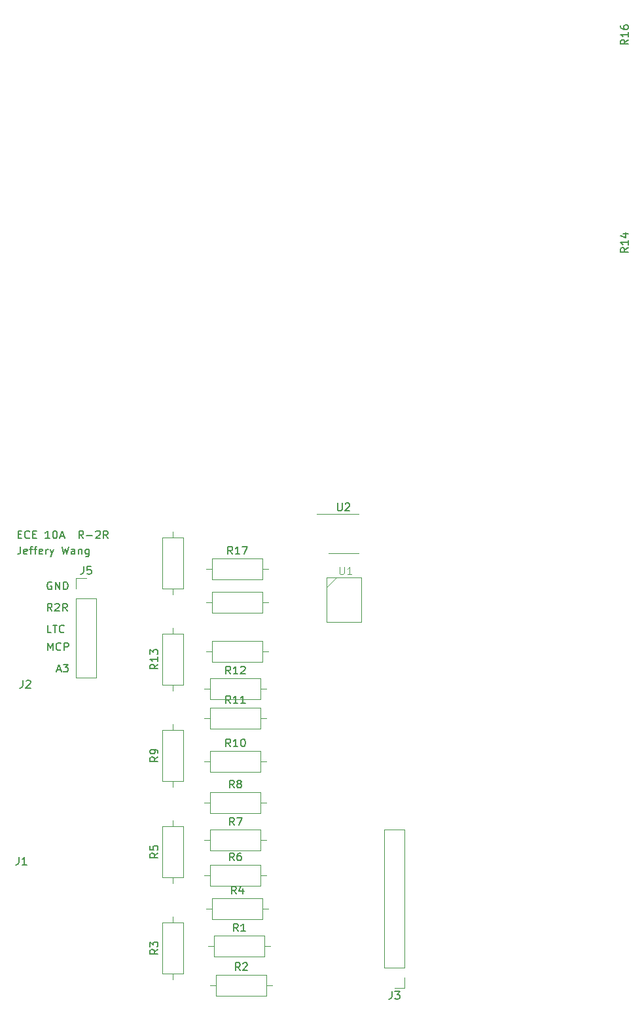
<source format=gbr>
%TF.GenerationSoftware,KiCad,Pcbnew,7.0.8*%
%TF.CreationDate,2023-10-31T15:50:40-07:00*%
%TF.ProjectId,lab 4,6c616220-342e-46b6-9963-61645f706362,rev?*%
%TF.SameCoordinates,Original*%
%TF.FileFunction,Legend,Top*%
%TF.FilePolarity,Positive*%
%FSLAX46Y46*%
G04 Gerber Fmt 4.6, Leading zero omitted, Abs format (unit mm)*
G04 Created by KiCad (PCBNEW 7.0.8) date 2023-10-31 15:50:40*
%MOMM*%
%LPD*%
G01*
G04 APERTURE LIST*
%ADD10C,0.150000*%
%ADD11C,0.100000*%
%ADD12C,0.120000*%
G04 APERTURE END LIST*
D10*
X130860969Y-49399819D02*
X130384779Y-49399819D01*
X130384779Y-49399819D02*
X130384779Y-48399819D01*
X131051446Y-48399819D02*
X131622874Y-48399819D01*
X131337160Y-49399819D02*
X131337160Y-48399819D01*
X132527636Y-49304580D02*
X132480017Y-49352200D01*
X132480017Y-49352200D02*
X132337160Y-49399819D01*
X132337160Y-49399819D02*
X132241922Y-49399819D01*
X132241922Y-49399819D02*
X132099065Y-49352200D01*
X132099065Y-49352200D02*
X132003827Y-49256961D01*
X132003827Y-49256961D02*
X131956208Y-49161723D01*
X131956208Y-49161723D02*
X131908589Y-48971247D01*
X131908589Y-48971247D02*
X131908589Y-48828390D01*
X131908589Y-48828390D02*
X131956208Y-48637914D01*
X131956208Y-48637914D02*
X132003827Y-48542676D01*
X132003827Y-48542676D02*
X132099065Y-48447438D01*
X132099065Y-48447438D02*
X132241922Y-48399819D01*
X132241922Y-48399819D02*
X132337160Y-48399819D01*
X132337160Y-48399819D02*
X132480017Y-48447438D01*
X132480017Y-48447438D02*
X132527636Y-48495057D01*
X130384779Y-51685819D02*
X130384779Y-50685819D01*
X130384779Y-50685819D02*
X130718112Y-51400104D01*
X130718112Y-51400104D02*
X131051445Y-50685819D01*
X131051445Y-50685819D02*
X131051445Y-51685819D01*
X132099064Y-51590580D02*
X132051445Y-51638200D01*
X132051445Y-51638200D02*
X131908588Y-51685819D01*
X131908588Y-51685819D02*
X131813350Y-51685819D01*
X131813350Y-51685819D02*
X131670493Y-51638200D01*
X131670493Y-51638200D02*
X131575255Y-51542961D01*
X131575255Y-51542961D02*
X131527636Y-51447723D01*
X131527636Y-51447723D02*
X131480017Y-51257247D01*
X131480017Y-51257247D02*
X131480017Y-51114390D01*
X131480017Y-51114390D02*
X131527636Y-50923914D01*
X131527636Y-50923914D02*
X131575255Y-50828676D01*
X131575255Y-50828676D02*
X131670493Y-50733438D01*
X131670493Y-50733438D02*
X131813350Y-50685819D01*
X131813350Y-50685819D02*
X131908588Y-50685819D01*
X131908588Y-50685819D02*
X132051445Y-50733438D01*
X132051445Y-50733438D02*
X132099064Y-50781057D01*
X132527636Y-51685819D02*
X132527636Y-50685819D01*
X132527636Y-50685819D02*
X132908588Y-50685819D01*
X132908588Y-50685819D02*
X133003826Y-50733438D01*
X133003826Y-50733438D02*
X133051445Y-50781057D01*
X133051445Y-50781057D02*
X133099064Y-50876295D01*
X133099064Y-50876295D02*
X133099064Y-51019152D01*
X133099064Y-51019152D02*
X133051445Y-51114390D01*
X133051445Y-51114390D02*
X133003826Y-51162009D01*
X133003826Y-51162009D02*
X132908588Y-51209628D01*
X132908588Y-51209628D02*
X132527636Y-51209628D01*
X131607160Y-54194104D02*
X132083350Y-54194104D01*
X131511922Y-54479819D02*
X131845255Y-53479819D01*
X131845255Y-53479819D02*
X132178588Y-54479819D01*
X132416684Y-53479819D02*
X133035731Y-53479819D01*
X133035731Y-53479819D02*
X132702398Y-53860771D01*
X132702398Y-53860771D02*
X132845255Y-53860771D01*
X132845255Y-53860771D02*
X132940493Y-53908390D01*
X132940493Y-53908390D02*
X132988112Y-53956009D01*
X132988112Y-53956009D02*
X133035731Y-54051247D01*
X133035731Y-54051247D02*
X133035731Y-54289342D01*
X133035731Y-54289342D02*
X132988112Y-54384580D01*
X132988112Y-54384580D02*
X132940493Y-54432200D01*
X132940493Y-54432200D02*
X132845255Y-54479819D01*
X132845255Y-54479819D02*
X132559541Y-54479819D01*
X132559541Y-54479819D02*
X132464303Y-54432200D01*
X132464303Y-54432200D02*
X132416684Y-54384580D01*
X130956207Y-46605819D02*
X130622874Y-46129628D01*
X130384779Y-46605819D02*
X130384779Y-45605819D01*
X130384779Y-45605819D02*
X130765731Y-45605819D01*
X130765731Y-45605819D02*
X130860969Y-45653438D01*
X130860969Y-45653438D02*
X130908588Y-45701057D01*
X130908588Y-45701057D02*
X130956207Y-45796295D01*
X130956207Y-45796295D02*
X130956207Y-45939152D01*
X130956207Y-45939152D02*
X130908588Y-46034390D01*
X130908588Y-46034390D02*
X130860969Y-46082009D01*
X130860969Y-46082009D02*
X130765731Y-46129628D01*
X130765731Y-46129628D02*
X130384779Y-46129628D01*
X131337160Y-45701057D02*
X131384779Y-45653438D01*
X131384779Y-45653438D02*
X131480017Y-45605819D01*
X131480017Y-45605819D02*
X131718112Y-45605819D01*
X131718112Y-45605819D02*
X131813350Y-45653438D01*
X131813350Y-45653438D02*
X131860969Y-45701057D01*
X131860969Y-45701057D02*
X131908588Y-45796295D01*
X131908588Y-45796295D02*
X131908588Y-45891533D01*
X131908588Y-45891533D02*
X131860969Y-46034390D01*
X131860969Y-46034390D02*
X131289541Y-46605819D01*
X131289541Y-46605819D02*
X131908588Y-46605819D01*
X132908588Y-46605819D02*
X132575255Y-46129628D01*
X132337160Y-46605819D02*
X132337160Y-45605819D01*
X132337160Y-45605819D02*
X132718112Y-45605819D01*
X132718112Y-45605819D02*
X132813350Y-45653438D01*
X132813350Y-45653438D02*
X132860969Y-45701057D01*
X132860969Y-45701057D02*
X132908588Y-45796295D01*
X132908588Y-45796295D02*
X132908588Y-45939152D01*
X132908588Y-45939152D02*
X132860969Y-46034390D01*
X132860969Y-46034390D02*
X132813350Y-46082009D01*
X132813350Y-46082009D02*
X132718112Y-46129628D01*
X132718112Y-46129628D02*
X132337160Y-46129628D01*
X126860493Y-38239819D02*
X126860493Y-38954104D01*
X126860493Y-38954104D02*
X126812874Y-39096961D01*
X126812874Y-39096961D02*
X126717636Y-39192200D01*
X126717636Y-39192200D02*
X126574779Y-39239819D01*
X126574779Y-39239819D02*
X126479541Y-39239819D01*
X127717636Y-39192200D02*
X127622398Y-39239819D01*
X127622398Y-39239819D02*
X127431922Y-39239819D01*
X127431922Y-39239819D02*
X127336684Y-39192200D01*
X127336684Y-39192200D02*
X127289065Y-39096961D01*
X127289065Y-39096961D02*
X127289065Y-38716009D01*
X127289065Y-38716009D02*
X127336684Y-38620771D01*
X127336684Y-38620771D02*
X127431922Y-38573152D01*
X127431922Y-38573152D02*
X127622398Y-38573152D01*
X127622398Y-38573152D02*
X127717636Y-38620771D01*
X127717636Y-38620771D02*
X127765255Y-38716009D01*
X127765255Y-38716009D02*
X127765255Y-38811247D01*
X127765255Y-38811247D02*
X127289065Y-38906485D01*
X128050970Y-38573152D02*
X128431922Y-38573152D01*
X128193827Y-39239819D02*
X128193827Y-38382676D01*
X128193827Y-38382676D02*
X128241446Y-38287438D01*
X128241446Y-38287438D02*
X128336684Y-38239819D01*
X128336684Y-38239819D02*
X128431922Y-38239819D01*
X128622399Y-38573152D02*
X129003351Y-38573152D01*
X128765256Y-39239819D02*
X128765256Y-38382676D01*
X128765256Y-38382676D02*
X128812875Y-38287438D01*
X128812875Y-38287438D02*
X128908113Y-38239819D01*
X128908113Y-38239819D02*
X129003351Y-38239819D01*
X129717637Y-39192200D02*
X129622399Y-39239819D01*
X129622399Y-39239819D02*
X129431923Y-39239819D01*
X129431923Y-39239819D02*
X129336685Y-39192200D01*
X129336685Y-39192200D02*
X129289066Y-39096961D01*
X129289066Y-39096961D02*
X129289066Y-38716009D01*
X129289066Y-38716009D02*
X129336685Y-38620771D01*
X129336685Y-38620771D02*
X129431923Y-38573152D01*
X129431923Y-38573152D02*
X129622399Y-38573152D01*
X129622399Y-38573152D02*
X129717637Y-38620771D01*
X129717637Y-38620771D02*
X129765256Y-38716009D01*
X129765256Y-38716009D02*
X129765256Y-38811247D01*
X129765256Y-38811247D02*
X129289066Y-38906485D01*
X130193828Y-39239819D02*
X130193828Y-38573152D01*
X130193828Y-38763628D02*
X130241447Y-38668390D01*
X130241447Y-38668390D02*
X130289066Y-38620771D01*
X130289066Y-38620771D02*
X130384304Y-38573152D01*
X130384304Y-38573152D02*
X130479542Y-38573152D01*
X130717638Y-38573152D02*
X130955733Y-39239819D01*
X131193828Y-38573152D02*
X130955733Y-39239819D01*
X130955733Y-39239819D02*
X130860495Y-39477914D01*
X130860495Y-39477914D02*
X130812876Y-39525533D01*
X130812876Y-39525533D02*
X130717638Y-39573152D01*
X132241448Y-38239819D02*
X132479543Y-39239819D01*
X132479543Y-39239819D02*
X132670019Y-38525533D01*
X132670019Y-38525533D02*
X132860495Y-39239819D01*
X132860495Y-39239819D02*
X133098591Y-38239819D01*
X133908114Y-39239819D02*
X133908114Y-38716009D01*
X133908114Y-38716009D02*
X133860495Y-38620771D01*
X133860495Y-38620771D02*
X133765257Y-38573152D01*
X133765257Y-38573152D02*
X133574781Y-38573152D01*
X133574781Y-38573152D02*
X133479543Y-38620771D01*
X133908114Y-39192200D02*
X133812876Y-39239819D01*
X133812876Y-39239819D02*
X133574781Y-39239819D01*
X133574781Y-39239819D02*
X133479543Y-39192200D01*
X133479543Y-39192200D02*
X133431924Y-39096961D01*
X133431924Y-39096961D02*
X133431924Y-39001723D01*
X133431924Y-39001723D02*
X133479543Y-38906485D01*
X133479543Y-38906485D02*
X133574781Y-38858866D01*
X133574781Y-38858866D02*
X133812876Y-38858866D01*
X133812876Y-38858866D02*
X133908114Y-38811247D01*
X134384305Y-38573152D02*
X134384305Y-39239819D01*
X134384305Y-38668390D02*
X134431924Y-38620771D01*
X134431924Y-38620771D02*
X134527162Y-38573152D01*
X134527162Y-38573152D02*
X134670019Y-38573152D01*
X134670019Y-38573152D02*
X134765257Y-38620771D01*
X134765257Y-38620771D02*
X134812876Y-38716009D01*
X134812876Y-38716009D02*
X134812876Y-39239819D01*
X135717638Y-38573152D02*
X135717638Y-39382676D01*
X135717638Y-39382676D02*
X135670019Y-39477914D01*
X135670019Y-39477914D02*
X135622400Y-39525533D01*
X135622400Y-39525533D02*
X135527162Y-39573152D01*
X135527162Y-39573152D02*
X135384305Y-39573152D01*
X135384305Y-39573152D02*
X135289067Y-39525533D01*
X135717638Y-39192200D02*
X135622400Y-39239819D01*
X135622400Y-39239819D02*
X135431924Y-39239819D01*
X135431924Y-39239819D02*
X135336686Y-39192200D01*
X135336686Y-39192200D02*
X135289067Y-39144580D01*
X135289067Y-39144580D02*
X135241448Y-39049342D01*
X135241448Y-39049342D02*
X135241448Y-38763628D01*
X135241448Y-38763628D02*
X135289067Y-38668390D01*
X135289067Y-38668390D02*
X135336686Y-38620771D01*
X135336686Y-38620771D02*
X135431924Y-38573152D01*
X135431924Y-38573152D02*
X135622400Y-38573152D01*
X135622400Y-38573152D02*
X135717638Y-38620771D01*
X126574779Y-36684009D02*
X126908112Y-36684009D01*
X127050969Y-37207819D02*
X126574779Y-37207819D01*
X126574779Y-37207819D02*
X126574779Y-36207819D01*
X126574779Y-36207819D02*
X127050969Y-36207819D01*
X128050969Y-37112580D02*
X128003350Y-37160200D01*
X128003350Y-37160200D02*
X127860493Y-37207819D01*
X127860493Y-37207819D02*
X127765255Y-37207819D01*
X127765255Y-37207819D02*
X127622398Y-37160200D01*
X127622398Y-37160200D02*
X127527160Y-37064961D01*
X127527160Y-37064961D02*
X127479541Y-36969723D01*
X127479541Y-36969723D02*
X127431922Y-36779247D01*
X127431922Y-36779247D02*
X127431922Y-36636390D01*
X127431922Y-36636390D02*
X127479541Y-36445914D01*
X127479541Y-36445914D02*
X127527160Y-36350676D01*
X127527160Y-36350676D02*
X127622398Y-36255438D01*
X127622398Y-36255438D02*
X127765255Y-36207819D01*
X127765255Y-36207819D02*
X127860493Y-36207819D01*
X127860493Y-36207819D02*
X128003350Y-36255438D01*
X128003350Y-36255438D02*
X128050969Y-36303057D01*
X128479541Y-36684009D02*
X128812874Y-36684009D01*
X128955731Y-37207819D02*
X128479541Y-37207819D01*
X128479541Y-37207819D02*
X128479541Y-36207819D01*
X128479541Y-36207819D02*
X128955731Y-36207819D01*
X130670017Y-37207819D02*
X130098589Y-37207819D01*
X130384303Y-37207819D02*
X130384303Y-36207819D01*
X130384303Y-36207819D02*
X130289065Y-36350676D01*
X130289065Y-36350676D02*
X130193827Y-36445914D01*
X130193827Y-36445914D02*
X130098589Y-36493533D01*
X131289065Y-36207819D02*
X131384303Y-36207819D01*
X131384303Y-36207819D02*
X131479541Y-36255438D01*
X131479541Y-36255438D02*
X131527160Y-36303057D01*
X131527160Y-36303057D02*
X131574779Y-36398295D01*
X131574779Y-36398295D02*
X131622398Y-36588771D01*
X131622398Y-36588771D02*
X131622398Y-36826866D01*
X131622398Y-36826866D02*
X131574779Y-37017342D01*
X131574779Y-37017342D02*
X131527160Y-37112580D01*
X131527160Y-37112580D02*
X131479541Y-37160200D01*
X131479541Y-37160200D02*
X131384303Y-37207819D01*
X131384303Y-37207819D02*
X131289065Y-37207819D01*
X131289065Y-37207819D02*
X131193827Y-37160200D01*
X131193827Y-37160200D02*
X131146208Y-37112580D01*
X131146208Y-37112580D02*
X131098589Y-37017342D01*
X131098589Y-37017342D02*
X131050970Y-36826866D01*
X131050970Y-36826866D02*
X131050970Y-36588771D01*
X131050970Y-36588771D02*
X131098589Y-36398295D01*
X131098589Y-36398295D02*
X131146208Y-36303057D01*
X131146208Y-36303057D02*
X131193827Y-36255438D01*
X131193827Y-36255438D02*
X131289065Y-36207819D01*
X132003351Y-36922104D02*
X132479541Y-36922104D01*
X131908113Y-37207819D02*
X132241446Y-36207819D01*
X132241446Y-36207819D02*
X132574779Y-37207819D01*
X135003351Y-37207819D02*
X134670018Y-36731628D01*
X134431923Y-37207819D02*
X134431923Y-36207819D01*
X134431923Y-36207819D02*
X134812875Y-36207819D01*
X134812875Y-36207819D02*
X134908113Y-36255438D01*
X134908113Y-36255438D02*
X134955732Y-36303057D01*
X134955732Y-36303057D02*
X135003351Y-36398295D01*
X135003351Y-36398295D02*
X135003351Y-36541152D01*
X135003351Y-36541152D02*
X134955732Y-36636390D01*
X134955732Y-36636390D02*
X134908113Y-36684009D01*
X134908113Y-36684009D02*
X134812875Y-36731628D01*
X134812875Y-36731628D02*
X134431923Y-36731628D01*
X135431923Y-36826866D02*
X136193828Y-36826866D01*
X136622399Y-36303057D02*
X136670018Y-36255438D01*
X136670018Y-36255438D02*
X136765256Y-36207819D01*
X136765256Y-36207819D02*
X137003351Y-36207819D01*
X137003351Y-36207819D02*
X137098589Y-36255438D01*
X137098589Y-36255438D02*
X137146208Y-36303057D01*
X137146208Y-36303057D02*
X137193827Y-36398295D01*
X137193827Y-36398295D02*
X137193827Y-36493533D01*
X137193827Y-36493533D02*
X137146208Y-36636390D01*
X137146208Y-36636390D02*
X136574780Y-37207819D01*
X136574780Y-37207819D02*
X137193827Y-37207819D01*
X138193827Y-37207819D02*
X137860494Y-36731628D01*
X137622399Y-37207819D02*
X137622399Y-36207819D01*
X137622399Y-36207819D02*
X138003351Y-36207819D01*
X138003351Y-36207819D02*
X138098589Y-36255438D01*
X138098589Y-36255438D02*
X138146208Y-36303057D01*
X138146208Y-36303057D02*
X138193827Y-36398295D01*
X138193827Y-36398295D02*
X138193827Y-36541152D01*
X138193827Y-36541152D02*
X138146208Y-36636390D01*
X138146208Y-36636390D02*
X138098589Y-36684009D01*
X138098589Y-36684009D02*
X138003351Y-36731628D01*
X138003351Y-36731628D02*
X137622399Y-36731628D01*
X130908588Y-42859438D02*
X130813350Y-42811819D01*
X130813350Y-42811819D02*
X130670493Y-42811819D01*
X130670493Y-42811819D02*
X130527636Y-42859438D01*
X130527636Y-42859438D02*
X130432398Y-42954676D01*
X130432398Y-42954676D02*
X130384779Y-43049914D01*
X130384779Y-43049914D02*
X130337160Y-43240390D01*
X130337160Y-43240390D02*
X130337160Y-43383247D01*
X130337160Y-43383247D02*
X130384779Y-43573723D01*
X130384779Y-43573723D02*
X130432398Y-43668961D01*
X130432398Y-43668961D02*
X130527636Y-43764200D01*
X130527636Y-43764200D02*
X130670493Y-43811819D01*
X130670493Y-43811819D02*
X130765731Y-43811819D01*
X130765731Y-43811819D02*
X130908588Y-43764200D01*
X130908588Y-43764200D02*
X130956207Y-43716580D01*
X130956207Y-43716580D02*
X130956207Y-43383247D01*
X130956207Y-43383247D02*
X130765731Y-43383247D01*
X131384779Y-43811819D02*
X131384779Y-42811819D01*
X131384779Y-42811819D02*
X131956207Y-43811819D01*
X131956207Y-43811819D02*
X131956207Y-42811819D01*
X132432398Y-43811819D02*
X132432398Y-42811819D01*
X132432398Y-42811819D02*
X132670493Y-42811819D01*
X132670493Y-42811819D02*
X132813350Y-42859438D01*
X132813350Y-42859438D02*
X132908588Y-42954676D01*
X132908588Y-42954676D02*
X132956207Y-43049914D01*
X132956207Y-43049914D02*
X133003826Y-43240390D01*
X133003826Y-43240390D02*
X133003826Y-43383247D01*
X133003826Y-43383247D02*
X132956207Y-43573723D01*
X132956207Y-43573723D02*
X132908588Y-43668961D01*
X132908588Y-43668961D02*
X132813350Y-43764200D01*
X132813350Y-43764200D02*
X132670493Y-43811819D01*
X132670493Y-43811819D02*
X132432398Y-43811819D01*
X167894095Y-32630819D02*
X167894095Y-33440342D01*
X167894095Y-33440342D02*
X167941714Y-33535580D01*
X167941714Y-33535580D02*
X167989333Y-33583200D01*
X167989333Y-33583200D02*
X168084571Y-33630819D01*
X168084571Y-33630819D02*
X168275047Y-33630819D01*
X168275047Y-33630819D02*
X168370285Y-33583200D01*
X168370285Y-33583200D02*
X168417904Y-33535580D01*
X168417904Y-33535580D02*
X168465523Y-33440342D01*
X168465523Y-33440342D02*
X168465523Y-32630819D01*
X168894095Y-32726057D02*
X168941714Y-32678438D01*
X168941714Y-32678438D02*
X169036952Y-32630819D01*
X169036952Y-32630819D02*
X169275047Y-32630819D01*
X169275047Y-32630819D02*
X169370285Y-32678438D01*
X169370285Y-32678438D02*
X169417904Y-32726057D01*
X169417904Y-32726057D02*
X169465523Y-32821295D01*
X169465523Y-32821295D02*
X169465523Y-32916533D01*
X169465523Y-32916533D02*
X169417904Y-33059390D01*
X169417904Y-33059390D02*
X168846476Y-33630819D01*
X168846476Y-33630819D02*
X169465523Y-33630819D01*
X154043142Y-58536819D02*
X153709809Y-58060628D01*
X153471714Y-58536819D02*
X153471714Y-57536819D01*
X153471714Y-57536819D02*
X153852666Y-57536819D01*
X153852666Y-57536819D02*
X153947904Y-57584438D01*
X153947904Y-57584438D02*
X153995523Y-57632057D01*
X153995523Y-57632057D02*
X154043142Y-57727295D01*
X154043142Y-57727295D02*
X154043142Y-57870152D01*
X154043142Y-57870152D02*
X153995523Y-57965390D01*
X153995523Y-57965390D02*
X153947904Y-58013009D01*
X153947904Y-58013009D02*
X153852666Y-58060628D01*
X153852666Y-58060628D02*
X153471714Y-58060628D01*
X154995523Y-58536819D02*
X154424095Y-58536819D01*
X154709809Y-58536819D02*
X154709809Y-57536819D01*
X154709809Y-57536819D02*
X154614571Y-57679676D01*
X154614571Y-57679676D02*
X154519333Y-57774914D01*
X154519333Y-57774914D02*
X154424095Y-57822533D01*
X155947904Y-58536819D02*
X155376476Y-58536819D01*
X155662190Y-58536819D02*
X155662190Y-57536819D01*
X155662190Y-57536819D02*
X155566952Y-57679676D01*
X155566952Y-57679676D02*
X155471714Y-57774914D01*
X155471714Y-57774914D02*
X155376476Y-57822533D01*
X174926666Y-95764819D02*
X174926666Y-96479104D01*
X174926666Y-96479104D02*
X174879047Y-96621961D01*
X174879047Y-96621961D02*
X174783809Y-96717200D01*
X174783809Y-96717200D02*
X174640952Y-96764819D01*
X174640952Y-96764819D02*
X174545714Y-96764819D01*
X175307619Y-95764819D02*
X175926666Y-95764819D01*
X175926666Y-95764819D02*
X175593333Y-96145771D01*
X175593333Y-96145771D02*
X175736190Y-96145771D01*
X175736190Y-96145771D02*
X175831428Y-96193390D01*
X175831428Y-96193390D02*
X175879047Y-96241009D01*
X175879047Y-96241009D02*
X175926666Y-96336247D01*
X175926666Y-96336247D02*
X175926666Y-96574342D01*
X175926666Y-96574342D02*
X175879047Y-96669580D01*
X175879047Y-96669580D02*
X175831428Y-96717200D01*
X175831428Y-96717200D02*
X175736190Y-96764819D01*
X175736190Y-96764819D02*
X175450476Y-96764819D01*
X175450476Y-96764819D02*
X175355238Y-96717200D01*
X175355238Y-96717200D02*
X175307619Y-96669580D01*
X144642819Y-90336666D02*
X144166628Y-90669999D01*
X144642819Y-90908094D02*
X143642819Y-90908094D01*
X143642819Y-90908094D02*
X143642819Y-90527142D01*
X143642819Y-90527142D02*
X143690438Y-90431904D01*
X143690438Y-90431904D02*
X143738057Y-90384285D01*
X143738057Y-90384285D02*
X143833295Y-90336666D01*
X143833295Y-90336666D02*
X143976152Y-90336666D01*
X143976152Y-90336666D02*
X144071390Y-90384285D01*
X144071390Y-90384285D02*
X144119009Y-90431904D01*
X144119009Y-90431904D02*
X144166628Y-90527142D01*
X144166628Y-90527142D02*
X144166628Y-90908094D01*
X143642819Y-90003332D02*
X143642819Y-89384285D01*
X143642819Y-89384285D02*
X144023771Y-89717618D01*
X144023771Y-89717618D02*
X144023771Y-89574761D01*
X144023771Y-89574761D02*
X144071390Y-89479523D01*
X144071390Y-89479523D02*
X144119009Y-89431904D01*
X144119009Y-89431904D02*
X144214247Y-89384285D01*
X144214247Y-89384285D02*
X144452342Y-89384285D01*
X144452342Y-89384285D02*
X144547580Y-89431904D01*
X144547580Y-89431904D02*
X144595200Y-89479523D01*
X144595200Y-89479523D02*
X144642819Y-89574761D01*
X144642819Y-89574761D02*
X144642819Y-89860475D01*
X144642819Y-89860475D02*
X144595200Y-89955713D01*
X144595200Y-89955713D02*
X144547580Y-90003332D01*
X135048666Y-40812819D02*
X135048666Y-41527104D01*
X135048666Y-41527104D02*
X135001047Y-41669961D01*
X135001047Y-41669961D02*
X134905809Y-41765200D01*
X134905809Y-41765200D02*
X134762952Y-41812819D01*
X134762952Y-41812819D02*
X134667714Y-41812819D01*
X136001047Y-40812819D02*
X135524857Y-40812819D01*
X135524857Y-40812819D02*
X135477238Y-41289009D01*
X135477238Y-41289009D02*
X135524857Y-41241390D01*
X135524857Y-41241390D02*
X135620095Y-41193771D01*
X135620095Y-41193771D02*
X135858190Y-41193771D01*
X135858190Y-41193771D02*
X135953428Y-41241390D01*
X135953428Y-41241390D02*
X136001047Y-41289009D01*
X136001047Y-41289009D02*
X136048666Y-41384247D01*
X136048666Y-41384247D02*
X136048666Y-41622342D01*
X136048666Y-41622342D02*
X136001047Y-41717580D01*
X136001047Y-41717580D02*
X135953428Y-41765200D01*
X135953428Y-41765200D02*
X135858190Y-41812819D01*
X135858190Y-41812819D02*
X135620095Y-41812819D01*
X135620095Y-41812819D02*
X135524857Y-41765200D01*
X135524857Y-41765200D02*
X135477238Y-41717580D01*
X144642819Y-53474857D02*
X144166628Y-53808190D01*
X144642819Y-54046285D02*
X143642819Y-54046285D01*
X143642819Y-54046285D02*
X143642819Y-53665333D01*
X143642819Y-53665333D02*
X143690438Y-53570095D01*
X143690438Y-53570095D02*
X143738057Y-53522476D01*
X143738057Y-53522476D02*
X143833295Y-53474857D01*
X143833295Y-53474857D02*
X143976152Y-53474857D01*
X143976152Y-53474857D02*
X144071390Y-53522476D01*
X144071390Y-53522476D02*
X144119009Y-53570095D01*
X144119009Y-53570095D02*
X144166628Y-53665333D01*
X144166628Y-53665333D02*
X144166628Y-54046285D01*
X144642819Y-52522476D02*
X144642819Y-53093904D01*
X144642819Y-52808190D02*
X143642819Y-52808190D01*
X143642819Y-52808190D02*
X143785676Y-52903428D01*
X143785676Y-52903428D02*
X143880914Y-52998666D01*
X143880914Y-52998666D02*
X143928533Y-53093904D01*
X143642819Y-52189142D02*
X143642819Y-51570095D01*
X143642819Y-51570095D02*
X144023771Y-51903428D01*
X144023771Y-51903428D02*
X144023771Y-51760571D01*
X144023771Y-51760571D02*
X144071390Y-51665333D01*
X144071390Y-51665333D02*
X144119009Y-51617714D01*
X144119009Y-51617714D02*
X144214247Y-51570095D01*
X144214247Y-51570095D02*
X144452342Y-51570095D01*
X144452342Y-51570095D02*
X144547580Y-51617714D01*
X144547580Y-51617714D02*
X144595200Y-51665333D01*
X144595200Y-51665333D02*
X144642819Y-51760571D01*
X144642819Y-51760571D02*
X144642819Y-52046285D01*
X144642819Y-52046285D02*
X144595200Y-52141523D01*
X144595200Y-52141523D02*
X144547580Y-52189142D01*
X155027333Y-88000819D02*
X154694000Y-87524628D01*
X154455905Y-88000819D02*
X154455905Y-87000819D01*
X154455905Y-87000819D02*
X154836857Y-87000819D01*
X154836857Y-87000819D02*
X154932095Y-87048438D01*
X154932095Y-87048438D02*
X154979714Y-87096057D01*
X154979714Y-87096057D02*
X155027333Y-87191295D01*
X155027333Y-87191295D02*
X155027333Y-87334152D01*
X155027333Y-87334152D02*
X154979714Y-87429390D01*
X154979714Y-87429390D02*
X154932095Y-87477009D01*
X154932095Y-87477009D02*
X154836857Y-87524628D01*
X154836857Y-87524628D02*
X154455905Y-87524628D01*
X155979714Y-88000819D02*
X155408286Y-88000819D01*
X155694000Y-88000819D02*
X155694000Y-87000819D01*
X155694000Y-87000819D02*
X155598762Y-87143676D01*
X155598762Y-87143676D02*
X155503524Y-87238914D01*
X155503524Y-87238914D02*
X155408286Y-87286533D01*
X154043142Y-64124819D02*
X153709809Y-63648628D01*
X153471714Y-64124819D02*
X153471714Y-63124819D01*
X153471714Y-63124819D02*
X153852666Y-63124819D01*
X153852666Y-63124819D02*
X153947904Y-63172438D01*
X153947904Y-63172438D02*
X153995523Y-63220057D01*
X153995523Y-63220057D02*
X154043142Y-63315295D01*
X154043142Y-63315295D02*
X154043142Y-63458152D01*
X154043142Y-63458152D02*
X153995523Y-63553390D01*
X153995523Y-63553390D02*
X153947904Y-63601009D01*
X153947904Y-63601009D02*
X153852666Y-63648628D01*
X153852666Y-63648628D02*
X153471714Y-63648628D01*
X154995523Y-64124819D02*
X154424095Y-64124819D01*
X154709809Y-64124819D02*
X154709809Y-63124819D01*
X154709809Y-63124819D02*
X154614571Y-63267676D01*
X154614571Y-63267676D02*
X154519333Y-63362914D01*
X154519333Y-63362914D02*
X154424095Y-63410533D01*
X155614571Y-63124819D02*
X155709809Y-63124819D01*
X155709809Y-63124819D02*
X155805047Y-63172438D01*
X155805047Y-63172438D02*
X155852666Y-63220057D01*
X155852666Y-63220057D02*
X155900285Y-63315295D01*
X155900285Y-63315295D02*
X155947904Y-63505771D01*
X155947904Y-63505771D02*
X155947904Y-63743866D01*
X155947904Y-63743866D02*
X155900285Y-63934342D01*
X155900285Y-63934342D02*
X155852666Y-64029580D01*
X155852666Y-64029580D02*
X155805047Y-64077200D01*
X155805047Y-64077200D02*
X155709809Y-64124819D01*
X155709809Y-64124819D02*
X155614571Y-64124819D01*
X155614571Y-64124819D02*
X155519333Y-64077200D01*
X155519333Y-64077200D02*
X155471714Y-64029580D01*
X155471714Y-64029580D02*
X155424095Y-63934342D01*
X155424095Y-63934342D02*
X155376476Y-63743866D01*
X155376476Y-63743866D02*
X155376476Y-63505771D01*
X155376476Y-63505771D02*
X155424095Y-63315295D01*
X155424095Y-63315295D02*
X155471714Y-63220057D01*
X155471714Y-63220057D02*
X155519333Y-63172438D01*
X155519333Y-63172438D02*
X155614571Y-63124819D01*
X205502819Y27295142D02*
X205026628Y26961809D01*
X205502819Y26723714D02*
X204502819Y26723714D01*
X204502819Y26723714D02*
X204502819Y27104666D01*
X204502819Y27104666D02*
X204550438Y27199904D01*
X204550438Y27199904D02*
X204598057Y27247523D01*
X204598057Y27247523D02*
X204693295Y27295142D01*
X204693295Y27295142D02*
X204836152Y27295142D01*
X204836152Y27295142D02*
X204931390Y27247523D01*
X204931390Y27247523D02*
X204979009Y27199904D01*
X204979009Y27199904D02*
X205026628Y27104666D01*
X205026628Y27104666D02*
X205026628Y26723714D01*
X205502819Y28247523D02*
X205502819Y27676095D01*
X205502819Y27961809D02*
X204502819Y27961809D01*
X204502819Y27961809D02*
X204645676Y27866571D01*
X204645676Y27866571D02*
X204740914Y27771333D01*
X204740914Y27771333D02*
X204788533Y27676095D01*
X204502819Y29104666D02*
X204502819Y28914190D01*
X204502819Y28914190D02*
X204550438Y28818952D01*
X204550438Y28818952D02*
X204598057Y28771333D01*
X204598057Y28771333D02*
X204740914Y28676095D01*
X204740914Y28676095D02*
X204931390Y28628476D01*
X204931390Y28628476D02*
X205312342Y28628476D01*
X205312342Y28628476D02*
X205407580Y28676095D01*
X205407580Y28676095D02*
X205455200Y28723714D01*
X205455200Y28723714D02*
X205502819Y28818952D01*
X205502819Y28818952D02*
X205502819Y29009428D01*
X205502819Y29009428D02*
X205455200Y29104666D01*
X205455200Y29104666D02*
X205407580Y29152285D01*
X205407580Y29152285D02*
X205312342Y29199904D01*
X205312342Y29199904D02*
X205074247Y29199904D01*
X205074247Y29199904D02*
X204979009Y29152285D01*
X204979009Y29152285D02*
X204931390Y29104666D01*
X204931390Y29104666D02*
X204883771Y29009428D01*
X204883771Y29009428D02*
X204883771Y28818952D01*
X204883771Y28818952D02*
X204931390Y28723714D01*
X204931390Y28723714D02*
X204979009Y28676095D01*
X204979009Y28676095D02*
X205074247Y28628476D01*
X144642819Y-77890666D02*
X144166628Y-78223999D01*
X144642819Y-78462094D02*
X143642819Y-78462094D01*
X143642819Y-78462094D02*
X143642819Y-78081142D01*
X143642819Y-78081142D02*
X143690438Y-77985904D01*
X143690438Y-77985904D02*
X143738057Y-77938285D01*
X143738057Y-77938285D02*
X143833295Y-77890666D01*
X143833295Y-77890666D02*
X143976152Y-77890666D01*
X143976152Y-77890666D02*
X144071390Y-77938285D01*
X144071390Y-77938285D02*
X144119009Y-77985904D01*
X144119009Y-77985904D02*
X144166628Y-78081142D01*
X144166628Y-78081142D02*
X144166628Y-78462094D01*
X143642819Y-76985904D02*
X143642819Y-77462094D01*
X143642819Y-77462094D02*
X144119009Y-77509713D01*
X144119009Y-77509713D02*
X144071390Y-77462094D01*
X144071390Y-77462094D02*
X144023771Y-77366856D01*
X144023771Y-77366856D02*
X144023771Y-77128761D01*
X144023771Y-77128761D02*
X144071390Y-77033523D01*
X144071390Y-77033523D02*
X144119009Y-76985904D01*
X144119009Y-76985904D02*
X144214247Y-76938285D01*
X144214247Y-76938285D02*
X144452342Y-76938285D01*
X144452342Y-76938285D02*
X144547580Y-76985904D01*
X144547580Y-76985904D02*
X144595200Y-77033523D01*
X144595200Y-77033523D02*
X144642819Y-77128761D01*
X144642819Y-77128761D02*
X144642819Y-77366856D01*
X144642819Y-77366856D02*
X144595200Y-77462094D01*
X144595200Y-77462094D02*
X144547580Y-77509713D01*
X154519333Y-69458819D02*
X154186000Y-68982628D01*
X153947905Y-69458819D02*
X153947905Y-68458819D01*
X153947905Y-68458819D02*
X154328857Y-68458819D01*
X154328857Y-68458819D02*
X154424095Y-68506438D01*
X154424095Y-68506438D02*
X154471714Y-68554057D01*
X154471714Y-68554057D02*
X154519333Y-68649295D01*
X154519333Y-68649295D02*
X154519333Y-68792152D01*
X154519333Y-68792152D02*
X154471714Y-68887390D01*
X154471714Y-68887390D02*
X154424095Y-68935009D01*
X154424095Y-68935009D02*
X154328857Y-68982628D01*
X154328857Y-68982628D02*
X153947905Y-68982628D01*
X155090762Y-68887390D02*
X154995524Y-68839771D01*
X154995524Y-68839771D02*
X154947905Y-68792152D01*
X154947905Y-68792152D02*
X154900286Y-68696914D01*
X154900286Y-68696914D02*
X154900286Y-68649295D01*
X154900286Y-68649295D02*
X154947905Y-68554057D01*
X154947905Y-68554057D02*
X154995524Y-68506438D01*
X154995524Y-68506438D02*
X155090762Y-68458819D01*
X155090762Y-68458819D02*
X155281238Y-68458819D01*
X155281238Y-68458819D02*
X155376476Y-68506438D01*
X155376476Y-68506438D02*
X155424095Y-68554057D01*
X155424095Y-68554057D02*
X155471714Y-68649295D01*
X155471714Y-68649295D02*
X155471714Y-68696914D01*
X155471714Y-68696914D02*
X155424095Y-68792152D01*
X155424095Y-68792152D02*
X155376476Y-68839771D01*
X155376476Y-68839771D02*
X155281238Y-68887390D01*
X155281238Y-68887390D02*
X155090762Y-68887390D01*
X155090762Y-68887390D02*
X154995524Y-68935009D01*
X154995524Y-68935009D02*
X154947905Y-68982628D01*
X154947905Y-68982628D02*
X154900286Y-69077866D01*
X154900286Y-69077866D02*
X154900286Y-69268342D01*
X154900286Y-69268342D02*
X154947905Y-69363580D01*
X154947905Y-69363580D02*
X154995524Y-69411200D01*
X154995524Y-69411200D02*
X155090762Y-69458819D01*
X155090762Y-69458819D02*
X155281238Y-69458819D01*
X155281238Y-69458819D02*
X155376476Y-69411200D01*
X155376476Y-69411200D02*
X155424095Y-69363580D01*
X155424095Y-69363580D02*
X155471714Y-69268342D01*
X155471714Y-69268342D02*
X155471714Y-69077866D01*
X155471714Y-69077866D02*
X155424095Y-68982628D01*
X155424095Y-68982628D02*
X155376476Y-68935009D01*
X155376476Y-68935009D02*
X155281238Y-68887390D01*
X154773333Y-83174819D02*
X154440000Y-82698628D01*
X154201905Y-83174819D02*
X154201905Y-82174819D01*
X154201905Y-82174819D02*
X154582857Y-82174819D01*
X154582857Y-82174819D02*
X154678095Y-82222438D01*
X154678095Y-82222438D02*
X154725714Y-82270057D01*
X154725714Y-82270057D02*
X154773333Y-82365295D01*
X154773333Y-82365295D02*
X154773333Y-82508152D01*
X154773333Y-82508152D02*
X154725714Y-82603390D01*
X154725714Y-82603390D02*
X154678095Y-82651009D01*
X154678095Y-82651009D02*
X154582857Y-82698628D01*
X154582857Y-82698628D02*
X154201905Y-82698628D01*
X155630476Y-82508152D02*
X155630476Y-83174819D01*
X155392381Y-82127200D02*
X155154286Y-82841485D01*
X155154286Y-82841485D02*
X155773333Y-82841485D01*
D11*
X168148095Y-40859419D02*
X168148095Y-41668942D01*
X168148095Y-41668942D02*
X168195714Y-41764180D01*
X168195714Y-41764180D02*
X168243333Y-41811800D01*
X168243333Y-41811800D02*
X168338571Y-41859419D01*
X168338571Y-41859419D02*
X168529047Y-41859419D01*
X168529047Y-41859419D02*
X168624285Y-41811800D01*
X168624285Y-41811800D02*
X168671904Y-41764180D01*
X168671904Y-41764180D02*
X168719523Y-41668942D01*
X168719523Y-41668942D02*
X168719523Y-40859419D01*
X169719523Y-41859419D02*
X169148095Y-41859419D01*
X169433809Y-41859419D02*
X169433809Y-40859419D01*
X169433809Y-40859419D02*
X169338571Y-41002276D01*
X169338571Y-41002276D02*
X169243333Y-41097514D01*
X169243333Y-41097514D02*
X169148095Y-41145133D01*
D10*
X205502819Y399142D02*
X205026628Y65809D01*
X205502819Y-172285D02*
X204502819Y-172285D01*
X204502819Y-172285D02*
X204502819Y208666D01*
X204502819Y208666D02*
X204550438Y303904D01*
X204550438Y303904D02*
X204598057Y351523D01*
X204598057Y351523D02*
X204693295Y399142D01*
X204693295Y399142D02*
X204836152Y399142D01*
X204836152Y399142D02*
X204931390Y351523D01*
X204931390Y351523D02*
X204979009Y303904D01*
X204979009Y303904D02*
X205026628Y208666D01*
X205026628Y208666D02*
X205026628Y-172285D01*
X205502819Y1351523D02*
X205502819Y780095D01*
X205502819Y1065809D02*
X204502819Y1065809D01*
X204502819Y1065809D02*
X204645676Y970571D01*
X204645676Y970571D02*
X204740914Y875333D01*
X204740914Y875333D02*
X204788533Y780095D01*
X204836152Y2208666D02*
X205502819Y2208666D01*
X204455200Y1970571D02*
X205169485Y1732476D01*
X205169485Y1732476D02*
X205169485Y2351523D01*
X154043142Y-54726819D02*
X153709809Y-54250628D01*
X153471714Y-54726819D02*
X153471714Y-53726819D01*
X153471714Y-53726819D02*
X153852666Y-53726819D01*
X153852666Y-53726819D02*
X153947904Y-53774438D01*
X153947904Y-53774438D02*
X153995523Y-53822057D01*
X153995523Y-53822057D02*
X154043142Y-53917295D01*
X154043142Y-53917295D02*
X154043142Y-54060152D01*
X154043142Y-54060152D02*
X153995523Y-54155390D01*
X153995523Y-54155390D02*
X153947904Y-54203009D01*
X153947904Y-54203009D02*
X153852666Y-54250628D01*
X153852666Y-54250628D02*
X153471714Y-54250628D01*
X154995523Y-54726819D02*
X154424095Y-54726819D01*
X154709809Y-54726819D02*
X154709809Y-53726819D01*
X154709809Y-53726819D02*
X154614571Y-53869676D01*
X154614571Y-53869676D02*
X154519333Y-53964914D01*
X154519333Y-53964914D02*
X154424095Y-54012533D01*
X155376476Y-53822057D02*
X155424095Y-53774438D01*
X155424095Y-53774438D02*
X155519333Y-53726819D01*
X155519333Y-53726819D02*
X155757428Y-53726819D01*
X155757428Y-53726819D02*
X155852666Y-53774438D01*
X155852666Y-53774438D02*
X155900285Y-53822057D01*
X155900285Y-53822057D02*
X155947904Y-53917295D01*
X155947904Y-53917295D02*
X155947904Y-54012533D01*
X155947904Y-54012533D02*
X155900285Y-54155390D01*
X155900285Y-54155390D02*
X155328857Y-54726819D01*
X155328857Y-54726819D02*
X155947904Y-54726819D01*
X154519333Y-74284819D02*
X154186000Y-73808628D01*
X153947905Y-74284819D02*
X153947905Y-73284819D01*
X153947905Y-73284819D02*
X154328857Y-73284819D01*
X154328857Y-73284819D02*
X154424095Y-73332438D01*
X154424095Y-73332438D02*
X154471714Y-73380057D01*
X154471714Y-73380057D02*
X154519333Y-73475295D01*
X154519333Y-73475295D02*
X154519333Y-73618152D01*
X154519333Y-73618152D02*
X154471714Y-73713390D01*
X154471714Y-73713390D02*
X154424095Y-73761009D01*
X154424095Y-73761009D02*
X154328857Y-73808628D01*
X154328857Y-73808628D02*
X153947905Y-73808628D01*
X154852667Y-73284819D02*
X155519333Y-73284819D01*
X155519333Y-73284819D02*
X155090762Y-74284819D01*
X154297142Y-39232819D02*
X153963809Y-38756628D01*
X153725714Y-39232819D02*
X153725714Y-38232819D01*
X153725714Y-38232819D02*
X154106666Y-38232819D01*
X154106666Y-38232819D02*
X154201904Y-38280438D01*
X154201904Y-38280438D02*
X154249523Y-38328057D01*
X154249523Y-38328057D02*
X154297142Y-38423295D01*
X154297142Y-38423295D02*
X154297142Y-38566152D01*
X154297142Y-38566152D02*
X154249523Y-38661390D01*
X154249523Y-38661390D02*
X154201904Y-38709009D01*
X154201904Y-38709009D02*
X154106666Y-38756628D01*
X154106666Y-38756628D02*
X153725714Y-38756628D01*
X155249523Y-39232819D02*
X154678095Y-39232819D01*
X154963809Y-39232819D02*
X154963809Y-38232819D01*
X154963809Y-38232819D02*
X154868571Y-38375676D01*
X154868571Y-38375676D02*
X154773333Y-38470914D01*
X154773333Y-38470914D02*
X154678095Y-38518533D01*
X155582857Y-38232819D02*
X156249523Y-38232819D01*
X156249523Y-38232819D02*
X155820952Y-39232819D01*
X144642819Y-65444666D02*
X144166628Y-65777999D01*
X144642819Y-66016094D02*
X143642819Y-66016094D01*
X143642819Y-66016094D02*
X143642819Y-65635142D01*
X143642819Y-65635142D02*
X143690438Y-65539904D01*
X143690438Y-65539904D02*
X143738057Y-65492285D01*
X143738057Y-65492285D02*
X143833295Y-65444666D01*
X143833295Y-65444666D02*
X143976152Y-65444666D01*
X143976152Y-65444666D02*
X144071390Y-65492285D01*
X144071390Y-65492285D02*
X144119009Y-65539904D01*
X144119009Y-65539904D02*
X144166628Y-65635142D01*
X144166628Y-65635142D02*
X144166628Y-66016094D01*
X144642819Y-64968475D02*
X144642819Y-64777999D01*
X144642819Y-64777999D02*
X144595200Y-64682761D01*
X144595200Y-64682761D02*
X144547580Y-64635142D01*
X144547580Y-64635142D02*
X144404723Y-64539904D01*
X144404723Y-64539904D02*
X144214247Y-64492285D01*
X144214247Y-64492285D02*
X143833295Y-64492285D01*
X143833295Y-64492285D02*
X143738057Y-64539904D01*
X143738057Y-64539904D02*
X143690438Y-64587523D01*
X143690438Y-64587523D02*
X143642819Y-64682761D01*
X143642819Y-64682761D02*
X143642819Y-64873237D01*
X143642819Y-64873237D02*
X143690438Y-64968475D01*
X143690438Y-64968475D02*
X143738057Y-65016094D01*
X143738057Y-65016094D02*
X143833295Y-65063713D01*
X143833295Y-65063713D02*
X144071390Y-65063713D01*
X144071390Y-65063713D02*
X144166628Y-65016094D01*
X144166628Y-65016094D02*
X144214247Y-64968475D01*
X144214247Y-64968475D02*
X144261866Y-64873237D01*
X144261866Y-64873237D02*
X144261866Y-64682761D01*
X144261866Y-64682761D02*
X144214247Y-64587523D01*
X144214247Y-64587523D02*
X144166628Y-64539904D01*
X144166628Y-64539904D02*
X144071390Y-64492285D01*
X155281333Y-93066819D02*
X154948000Y-92590628D01*
X154709905Y-93066819D02*
X154709905Y-92066819D01*
X154709905Y-92066819D02*
X155090857Y-92066819D01*
X155090857Y-92066819D02*
X155186095Y-92114438D01*
X155186095Y-92114438D02*
X155233714Y-92162057D01*
X155233714Y-92162057D02*
X155281333Y-92257295D01*
X155281333Y-92257295D02*
X155281333Y-92400152D01*
X155281333Y-92400152D02*
X155233714Y-92495390D01*
X155233714Y-92495390D02*
X155186095Y-92543009D01*
X155186095Y-92543009D02*
X155090857Y-92590628D01*
X155090857Y-92590628D02*
X154709905Y-92590628D01*
X155662286Y-92162057D02*
X155709905Y-92114438D01*
X155709905Y-92114438D02*
X155805143Y-92066819D01*
X155805143Y-92066819D02*
X156043238Y-92066819D01*
X156043238Y-92066819D02*
X156138476Y-92114438D01*
X156138476Y-92114438D02*
X156186095Y-92162057D01*
X156186095Y-92162057D02*
X156233714Y-92257295D01*
X156233714Y-92257295D02*
X156233714Y-92352533D01*
X156233714Y-92352533D02*
X156186095Y-92495390D01*
X156186095Y-92495390D02*
X155614667Y-93066819D01*
X155614667Y-93066819D02*
X156233714Y-93066819D01*
X154519333Y-78856819D02*
X154186000Y-78380628D01*
X153947905Y-78856819D02*
X153947905Y-77856819D01*
X153947905Y-77856819D02*
X154328857Y-77856819D01*
X154328857Y-77856819D02*
X154424095Y-77904438D01*
X154424095Y-77904438D02*
X154471714Y-77952057D01*
X154471714Y-77952057D02*
X154519333Y-78047295D01*
X154519333Y-78047295D02*
X154519333Y-78190152D01*
X154519333Y-78190152D02*
X154471714Y-78285390D01*
X154471714Y-78285390D02*
X154424095Y-78333009D01*
X154424095Y-78333009D02*
X154328857Y-78380628D01*
X154328857Y-78380628D02*
X153947905Y-78380628D01*
X155376476Y-77856819D02*
X155186000Y-77856819D01*
X155186000Y-77856819D02*
X155090762Y-77904438D01*
X155090762Y-77904438D02*
X155043143Y-77952057D01*
X155043143Y-77952057D02*
X154947905Y-78094914D01*
X154947905Y-78094914D02*
X154900286Y-78285390D01*
X154900286Y-78285390D02*
X154900286Y-78666342D01*
X154900286Y-78666342D02*
X154947905Y-78761580D01*
X154947905Y-78761580D02*
X154995524Y-78809200D01*
X154995524Y-78809200D02*
X155090762Y-78856819D01*
X155090762Y-78856819D02*
X155281238Y-78856819D01*
X155281238Y-78856819D02*
X155376476Y-78809200D01*
X155376476Y-78809200D02*
X155424095Y-78761580D01*
X155424095Y-78761580D02*
X155471714Y-78666342D01*
X155471714Y-78666342D02*
X155471714Y-78428247D01*
X155471714Y-78428247D02*
X155424095Y-78333009D01*
X155424095Y-78333009D02*
X155376476Y-78285390D01*
X155376476Y-78285390D02*
X155281238Y-78237771D01*
X155281238Y-78237771D02*
X155090762Y-78237771D01*
X155090762Y-78237771D02*
X154995524Y-78285390D01*
X154995524Y-78285390D02*
X154947905Y-78333009D01*
X154947905Y-78333009D02*
X154900286Y-78428247D01*
X127174666Y-55544819D02*
X127174666Y-56259104D01*
X127174666Y-56259104D02*
X127127047Y-56401961D01*
X127127047Y-56401961D02*
X127031809Y-56497200D01*
X127031809Y-56497200D02*
X126888952Y-56544819D01*
X126888952Y-56544819D02*
X126793714Y-56544819D01*
X127603238Y-55640057D02*
X127650857Y-55592438D01*
X127650857Y-55592438D02*
X127746095Y-55544819D01*
X127746095Y-55544819D02*
X127984190Y-55544819D01*
X127984190Y-55544819D02*
X128079428Y-55592438D01*
X128079428Y-55592438D02*
X128127047Y-55640057D01*
X128127047Y-55640057D02*
X128174666Y-55735295D01*
X128174666Y-55735295D02*
X128174666Y-55830533D01*
X128174666Y-55830533D02*
X128127047Y-55973390D01*
X128127047Y-55973390D02*
X127555619Y-56544819D01*
X127555619Y-56544819D02*
X128174666Y-56544819D01*
X126666666Y-78404819D02*
X126666666Y-79119104D01*
X126666666Y-79119104D02*
X126619047Y-79261961D01*
X126619047Y-79261961D02*
X126523809Y-79357200D01*
X126523809Y-79357200D02*
X126380952Y-79404819D01*
X126380952Y-79404819D02*
X126285714Y-79404819D01*
X127666666Y-79404819D02*
X127095238Y-79404819D01*
X127380952Y-79404819D02*
X127380952Y-78404819D01*
X127380952Y-78404819D02*
X127285714Y-78547676D01*
X127285714Y-78547676D02*
X127190476Y-78642914D01*
X127190476Y-78642914D02*
X127095238Y-78690533D01*
D12*
%TO.C,U2*%
X168656000Y-34016000D02*
X165206000Y-34016000D01*
X168656000Y-34016000D02*
X170606000Y-34016000D01*
X168656000Y-39136000D02*
X166706000Y-39136000D01*
X168656000Y-39136000D02*
X170606000Y-39136000D01*
%TO.C,R11*%
X150646000Y-60452000D02*
X151416000Y-60452000D01*
X151416000Y-59082000D02*
X151416000Y-61822000D01*
X151416000Y-61822000D02*
X157956000Y-61822000D01*
X157956000Y-59082000D02*
X151416000Y-59082000D01*
X157956000Y-61822000D02*
X157956000Y-59082000D01*
X158726000Y-60452000D02*
X157956000Y-60452000D01*
%TO.C,J3*%
X176590000Y-95310000D02*
X175260000Y-95310000D01*
X176590000Y-93980000D02*
X176590000Y-95310000D01*
X176590000Y-92710000D02*
X176590000Y-74870000D01*
X176590000Y-92710000D02*
X173930000Y-92710000D01*
X176590000Y-74870000D02*
X173930000Y-74870000D01*
X173930000Y-92710000D02*
X173930000Y-74870000D01*
%TO.C,R3*%
X146558000Y-94210000D02*
X146558000Y-93440000D01*
X145188000Y-93440000D02*
X147928000Y-93440000D01*
X147928000Y-93440000D02*
X147928000Y-86900000D01*
X145188000Y-86900000D02*
X145188000Y-93440000D01*
X147928000Y-86900000D02*
X145188000Y-86900000D01*
X146558000Y-86130000D02*
X146558000Y-86900000D01*
%TO.C,J5*%
X134052000Y-42358000D02*
X135382000Y-42358000D01*
X134052000Y-43688000D02*
X134052000Y-42358000D01*
X134052000Y-44958000D02*
X134052000Y-55178000D01*
X134052000Y-44958000D02*
X136712000Y-44958000D01*
X134052000Y-55178000D02*
X136712000Y-55178000D01*
X136712000Y-44958000D02*
X136712000Y-55178000D01*
%TO.C,R13*%
X146558000Y-56872000D02*
X146558000Y-56102000D01*
X145188000Y-56102000D02*
X147928000Y-56102000D01*
X147928000Y-56102000D02*
X147928000Y-49562000D01*
X145188000Y-49562000D02*
X145188000Y-56102000D01*
X147928000Y-49562000D02*
X145188000Y-49562000D01*
X146558000Y-48792000D02*
X146558000Y-49562000D01*
%TO.C,R15*%
X146558000Y-44426000D02*
X146558000Y-43656000D01*
X145188000Y-43656000D02*
X147928000Y-43656000D01*
X147928000Y-43656000D02*
X147928000Y-37116000D01*
X145188000Y-37116000D02*
X145188000Y-43656000D01*
X147928000Y-37116000D02*
X145188000Y-37116000D01*
X146558000Y-36346000D02*
X146558000Y-37116000D01*
%TO.C,R1*%
X151154000Y-89916000D02*
X151924000Y-89916000D01*
X151924000Y-88546000D02*
X151924000Y-91286000D01*
X151924000Y-91286000D02*
X158464000Y-91286000D01*
X158464000Y-88546000D02*
X151924000Y-88546000D01*
X158464000Y-91286000D02*
X158464000Y-88546000D01*
X159234000Y-89916000D02*
X158464000Y-89916000D01*
%TO.C,R10*%
X150646000Y-66040000D02*
X151416000Y-66040000D01*
X151416000Y-64670000D02*
X151416000Y-67410000D01*
X151416000Y-67410000D02*
X157956000Y-67410000D01*
X157956000Y-64670000D02*
X151416000Y-64670000D01*
X157956000Y-67410000D02*
X157956000Y-64670000D01*
X158726000Y-66040000D02*
X157956000Y-66040000D01*
%TO.C,R16*%
X150900000Y-45466000D02*
X151670000Y-45466000D01*
X151670000Y-44096000D02*
X151670000Y-46836000D01*
X151670000Y-46836000D02*
X158210000Y-46836000D01*
X158210000Y-44096000D02*
X151670000Y-44096000D01*
X158210000Y-46836000D02*
X158210000Y-44096000D01*
X158980000Y-45466000D02*
X158210000Y-45466000D01*
%TO.C,R5*%
X146558000Y-81764000D02*
X146558000Y-80994000D01*
X145188000Y-80994000D02*
X147928000Y-80994000D01*
X147928000Y-80994000D02*
X147928000Y-74454000D01*
X145188000Y-74454000D02*
X145188000Y-80994000D01*
X147928000Y-74454000D02*
X145188000Y-74454000D01*
X146558000Y-73684000D02*
X146558000Y-74454000D01*
%TO.C,R8*%
X150646000Y-71374000D02*
X151416000Y-71374000D01*
X151416000Y-70004000D02*
X151416000Y-72744000D01*
X151416000Y-72744000D02*
X157956000Y-72744000D01*
X157956000Y-70004000D02*
X151416000Y-70004000D01*
X157956000Y-72744000D02*
X157956000Y-70004000D01*
X158726000Y-71374000D02*
X157956000Y-71374000D01*
%TO.C,R4*%
X150900000Y-85090000D02*
X151670000Y-85090000D01*
X151670000Y-83720000D02*
X151670000Y-86460000D01*
X151670000Y-86460000D02*
X158210000Y-86460000D01*
X158210000Y-83720000D02*
X151670000Y-83720000D01*
X158210000Y-86460000D02*
X158210000Y-83720000D01*
X158980000Y-85090000D02*
X158210000Y-85090000D01*
D11*
%TO.C,U1*%
X166497000Y-42291000D02*
X166497000Y-48006000D01*
X166497000Y-43561000D02*
X167767000Y-42291000D01*
X166497000Y-48006000D02*
X170942000Y-48006000D01*
X170942000Y-42291000D02*
X166497000Y-42291000D01*
X170942000Y-48006000D02*
X170942000Y-42291000D01*
D12*
%TO.C,R14*%
X150900000Y-51816000D02*
X151670000Y-51816000D01*
X151670000Y-50446000D02*
X151670000Y-53186000D01*
X151670000Y-53186000D02*
X158210000Y-53186000D01*
X158210000Y-50446000D02*
X151670000Y-50446000D01*
X158210000Y-53186000D02*
X158210000Y-50446000D01*
X158980000Y-51816000D02*
X158210000Y-51816000D01*
%TO.C,R12*%
X150646000Y-56642000D02*
X151416000Y-56642000D01*
X151416000Y-55272000D02*
X151416000Y-58012000D01*
X151416000Y-58012000D02*
X157956000Y-58012000D01*
X157956000Y-55272000D02*
X151416000Y-55272000D01*
X157956000Y-58012000D02*
X157956000Y-55272000D01*
X158726000Y-56642000D02*
X157956000Y-56642000D01*
%TO.C,R7*%
X150646000Y-76200000D02*
X151416000Y-76200000D01*
X151416000Y-74830000D02*
X151416000Y-77570000D01*
X151416000Y-77570000D02*
X157956000Y-77570000D01*
X157956000Y-74830000D02*
X151416000Y-74830000D01*
X157956000Y-77570000D02*
X157956000Y-74830000D01*
X158726000Y-76200000D02*
X157956000Y-76200000D01*
%TO.C,R17*%
X150900000Y-41148000D02*
X151670000Y-41148000D01*
X151670000Y-39778000D02*
X151670000Y-42518000D01*
X151670000Y-42518000D02*
X158210000Y-42518000D01*
X158210000Y-39778000D02*
X151670000Y-39778000D01*
X158210000Y-42518000D02*
X158210000Y-39778000D01*
X158980000Y-41148000D02*
X158210000Y-41148000D01*
%TO.C,R9*%
X146558000Y-69318000D02*
X146558000Y-68548000D01*
X145188000Y-68548000D02*
X147928000Y-68548000D01*
X147928000Y-68548000D02*
X147928000Y-62008000D01*
X145188000Y-62008000D02*
X145188000Y-68548000D01*
X147928000Y-62008000D02*
X145188000Y-62008000D01*
X146558000Y-61238000D02*
X146558000Y-62008000D01*
%TO.C,R2*%
X151408000Y-94982000D02*
X152178000Y-94982000D01*
X152178000Y-93612000D02*
X152178000Y-96352000D01*
X152178000Y-96352000D02*
X158718000Y-96352000D01*
X158718000Y-93612000D02*
X152178000Y-93612000D01*
X158718000Y-96352000D02*
X158718000Y-93612000D01*
X159488000Y-94982000D02*
X158718000Y-94982000D01*
%TO.C,R6*%
X150646000Y-80772000D02*
X151416000Y-80772000D01*
X151416000Y-79402000D02*
X151416000Y-82142000D01*
X151416000Y-82142000D02*
X157956000Y-82142000D01*
X157956000Y-79402000D02*
X151416000Y-79402000D01*
X157956000Y-82142000D02*
X157956000Y-79402000D01*
X158726000Y-80772000D02*
X157956000Y-80772000D01*
%TD*%
M02*

</source>
